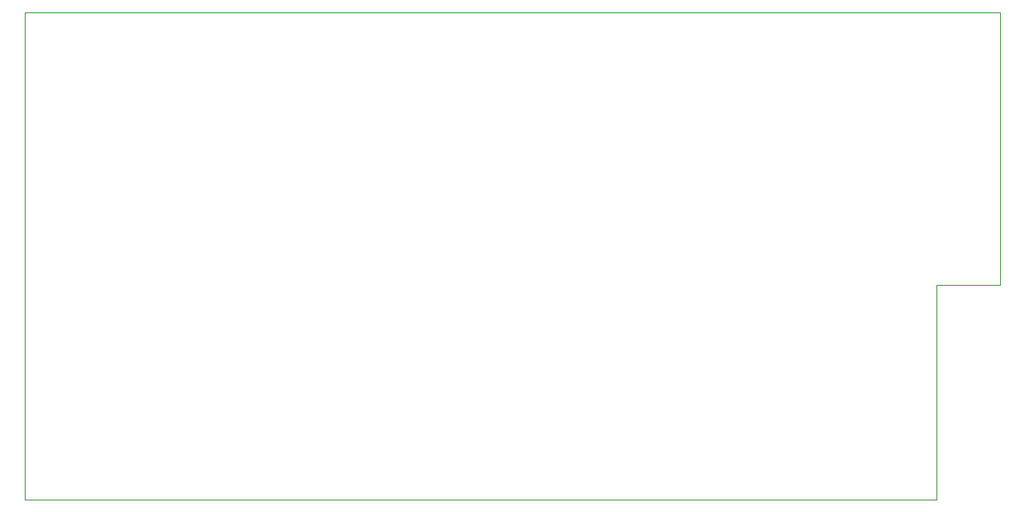
<source format=gbr>
%TF.GenerationSoftware,Altium Limited,Altium Designer,23.4.1 (23)*%
G04 Layer_Color=0*
%FSLAX26Y26*%
%MOIN*%
%TF.SameCoordinates,CA55AB83-A8E7-406C-AA52-5D1E9B100620*%
%TF.FilePolarity,Positive*%
%TF.FileFunction,Profile,NP*%
%TF.Part,Single*%
G01*
G75*
%TA.AperFunction,Profile*%
%ADD102C,0.001000*%
D102*
X0Y0D02*
X3681103D01*
Y866142D01*
X3937008D01*
Y1968504D01*
X0D01*
Y0D01*
%TF.MD5,25e33f7228496aca68f6f0ecc7c28c80*%
M02*

</source>
